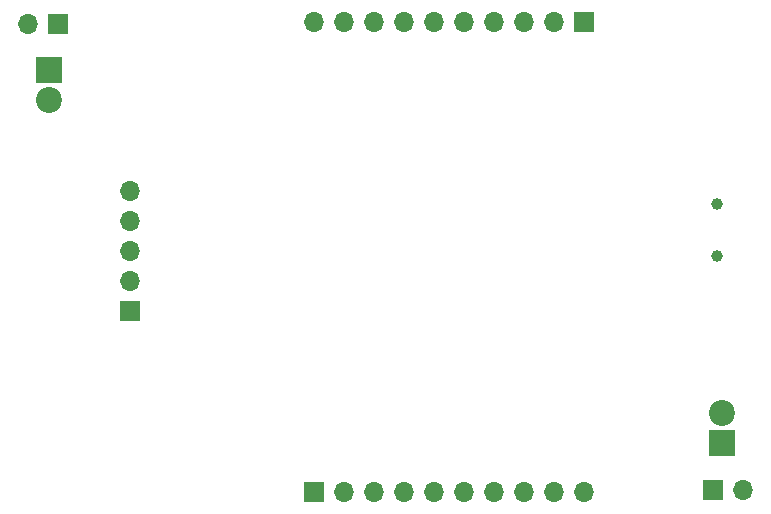
<source format=gbs>
G04 #@! TF.GenerationSoftware,KiCad,Pcbnew,8.0.2*
G04 #@! TF.CreationDate,2024-05-12T15:56:15+02:00*
G04 #@! TF.ProjectId,LimbusOne,4c696d62-7573-44f6-9e65-2e6b69636164,v.0.1*
G04 #@! TF.SameCoordinates,Original*
G04 #@! TF.FileFunction,Soldermask,Bot*
G04 #@! TF.FilePolarity,Negative*
%FSLAX46Y46*%
G04 Gerber Fmt 4.6, Leading zero omitted, Abs format (unit mm)*
G04 Created by KiCad (PCBNEW 8.0.2) date 2024-05-12 15:56:15*
%MOMM*%
%LPD*%
G01*
G04 APERTURE LIST*
%ADD10R,1.700000X1.700000*%
%ADD11O,1.700000X1.700000*%
%ADD12C,1.000000*%
%ADD13R,2.200000X2.200000*%
%ADD14C,2.200000*%
G04 APERTURE END LIST*
D10*
X39878000Y-58463000D03*
D11*
X39878000Y-55923000D03*
X39878000Y-53383000D03*
X39878000Y-50843000D03*
X39878000Y-48303000D03*
D10*
X78267000Y-33985200D03*
D11*
X75727000Y-33985200D03*
X73187001Y-33985200D03*
X70647000Y-33985200D03*
X68107000Y-33985200D03*
X65567000Y-33985200D03*
X63027000Y-33985200D03*
X60486999Y-33985200D03*
X57947000Y-33985200D03*
X55407000Y-33985200D03*
D10*
X89227000Y-73593000D03*
D11*
X91767000Y-73593000D03*
D12*
X89592000Y-53783000D03*
X89592000Y-49383000D03*
D10*
X33807000Y-34133000D03*
D11*
X31267000Y-34133000D03*
D13*
X90017000Y-69633000D03*
D14*
X90017000Y-67093000D03*
D10*
X55407000Y-73761600D03*
D11*
X57947000Y-73761600D03*
X60486999Y-73761600D03*
X63027000Y-73761600D03*
X65567000Y-73761600D03*
X68107000Y-73761600D03*
X70647000Y-73761600D03*
X73187001Y-73761600D03*
X75727000Y-73761600D03*
X78267000Y-73761600D03*
D13*
X33017000Y-38093000D03*
D14*
X33017000Y-40633000D03*
M02*

</source>
